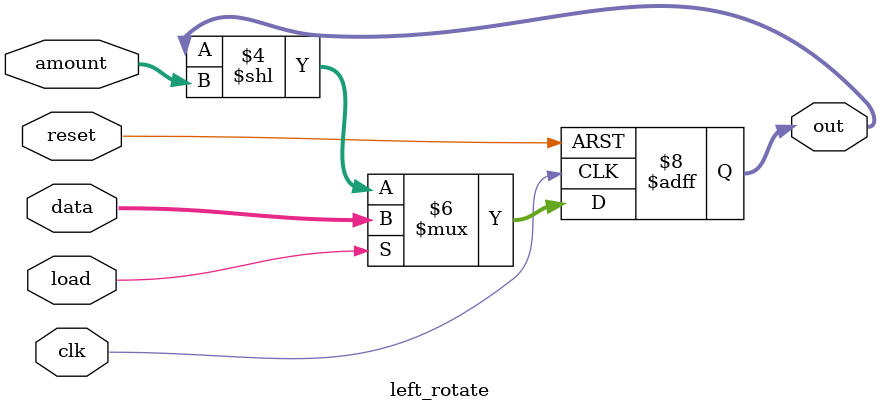
<source format=v>
module left_rotate(clk,reset,amount,data,load,out);
input clk,reset;
input [2:0] amount;
input [7:0] data;
input load;
output reg [7:0] out;
// when load is high, load data to out
// left shift and rotate the register out by amount bits
always @(posedge clk or negedge reset)
begin
	if(reset == 1'b0)
	begin
	out <= 8'b0;
	end
	else
	begin
	if(load == 1'b1)
	begin
	out <= data;
	end
	else
	begin
	out <= out << amount;
	end
	end
end
endmodule

</source>
